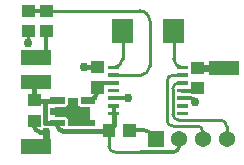
<source format=gtl>
G04 Layer: TopLayer*
G04 EasyEDA v6.4.7, 2021-01-18T10:53:27+01:00*
G04 ca9b9a0dce2c468c998d6246f507db70,8dc9eacff13444d6b60fd3cb587e6cd5,01*
G04 Gerber Generator version 0.2*
G04 Scale: 100 percent, Rotated: No, Reflected: No *
G04 Dimensions in inches *
G04 leading zeros omitted , absolute positions ,2 integer and 4 decimal *
%FSLAX24Y24*%
%MOIN*%
G90*
D02*

%ADD10C,0.010000*%
%ADD11C,0.012000*%
%ADD12C,0.016000*%
%ADD13C,0.024000*%
%ADD14C,0.029750*%
%ADD15R,0.100000X0.050000*%
%ADD18C,0.054000*%

%LPD*%
G36*
G01X2036Y2047D02*
G01X1766Y2047D01*
G01X1761Y2046D01*
G01X1755Y2045D01*
G01X1750Y2043D01*
G01X1740Y2037D01*
G01X1736Y2033D01*
G01X1730Y2023D01*
G01X1728Y2018D01*
G01X1727Y2012D01*
G01X1726Y2007D01*
G01X1726Y1833D01*
G01X1725Y1823D01*
G01X1723Y1814D01*
G01X1720Y1806D01*
G01X1716Y1797D01*
G01X1706Y1781D01*
G01X1700Y1774D01*
G01X1693Y1767D01*
G01X1686Y1761D01*
G01X1679Y1756D01*
G01X1670Y1752D01*
G01X1662Y1748D01*
G01X1653Y1745D01*
G01X1635Y1741D01*
G01X1333Y1741D01*
G01X1327Y1739D01*
G01X1317Y1735D01*
G01X1312Y1731D01*
G01X1308Y1727D01*
G01X1305Y1723D01*
G01X1302Y1718D01*
G01X1300Y1712D01*
G01X1299Y1707D01*
G01X1299Y1446D01*
G01X1300Y1440D01*
G01X1302Y1435D01*
G01X1308Y1425D01*
G01X1312Y1421D01*
G01X1322Y1415D01*
G01X1327Y1413D01*
G01X1333Y1412D01*
G01X1339Y1412D01*
G01X1625Y1411D01*
G01X1625Y1412D01*
G01X1635Y1411D01*
G01X1644Y1410D01*
G01X1653Y1408D01*
G01X1662Y1405D01*
G01X1670Y1401D01*
G01X1679Y1396D01*
G01X1686Y1391D01*
G01X1700Y1379D01*
G01X1706Y1371D01*
G01X1711Y1364D01*
G01X1716Y1356D01*
G01X1720Y1347D01*
G01X1723Y1338D01*
G01X1725Y1329D01*
G01X1726Y1320D01*
G01X1726Y1146D01*
G01X1728Y1134D01*
G01X1730Y1129D01*
G01X1733Y1124D01*
G01X1736Y1120D01*
G01X1740Y1115D01*
G01X1750Y1109D01*
G01X1755Y1107D01*
G01X1761Y1106D01*
G01X2445Y1106D01*
G01X2451Y1107D01*
G01X2456Y1109D01*
G01X2466Y1115D01*
G01X2470Y1120D01*
G01X2473Y1124D01*
G01X2476Y1129D01*
G01X2478Y1134D01*
G01X2480Y1146D01*
G01X2480Y1701D01*
G01X2479Y1707D01*
G01X2478Y1712D01*
G01X2476Y1718D01*
G01X2473Y1723D01*
G01X2470Y1727D01*
G01X2466Y1731D01*
G01X2461Y1735D01*
G01X2451Y1739D01*
G01X2445Y1741D01*
G01X2167Y1741D01*
G01X2149Y1745D01*
G01X2140Y1748D01*
G01X2132Y1752D01*
G01X2123Y1756D01*
G01X2116Y1761D01*
G01X2109Y1767D01*
G01X2102Y1774D01*
G01X2096Y1781D01*
G01X2086Y1797D01*
G01X2083Y1806D01*
G01X2079Y1814D01*
G01X2077Y1823D01*
G01X2076Y1833D01*
G01X2076Y2007D01*
G01X2075Y2012D01*
G01X2074Y2018D01*
G01X2072Y2023D01*
G01X2066Y2033D01*
G01X2062Y2037D01*
G01X2052Y2043D01*
G01X2047Y2045D01*
G01X2041Y2046D01*
G01X2036Y2047D01*
G37*

%LPD*%
G54D11*
G01X413Y4940D02*
G01X1023Y4940D01*
G54D10*
G01X3100Y433D02*
G01X3100Y964D01*
G01X4173Y236D02*
G01X3297Y236D01*
G54D12*
G01X3260Y1515D02*
G01X3260Y1124D01*
G01X3100Y964D02*
G01X3100Y925D01*
G01X1586Y925D01*
G54D11*
G01X3260Y1771D02*
G01X3260Y1515D01*
G54D12*
G01X614Y1962D02*
G01X614Y2559D01*
G01X669Y2559D01*
G01X744Y1950D02*
G01X1389Y1950D01*
G01X984Y1950D01*
G01X984Y1202D01*
G01X1389Y1202D01*
G01X1389Y1122D01*
G54D11*
G01X5255Y236D02*
G01X4173Y236D01*
G01X5452Y669D02*
G01X5452Y433D01*
G54D12*
G01X2724Y2261D02*
G01X2724Y2381D01*
G54D11*
G01X3260Y2539D02*
G01X2881Y2539D01*
G54D13*
G01X6074Y3043D02*
G01X6921Y3043D01*
G54D11*
G01X669Y3385D02*
G01X1023Y3543D01*
G01X1023Y4271D01*
G54D10*
G01X5236Y2795D02*
G01X5558Y2795D01*
G01X6240Y905D02*
G01X6240Y669D01*
G01X5236Y1102D02*
G01X6043Y1102D01*
G01X5433Y2539D02*
G01X5558Y2539D01*
G01X7027Y1102D02*
G01X7027Y669D01*
G01X5236Y2342D02*
G01X5236Y1496D01*
G54D11*
G01X5558Y2283D02*
G01X6023Y2283D01*
G54D12*
G01X810Y905D02*
G01X1003Y905D01*
G01X614Y1273D02*
G01X614Y1102D01*
G54D11*
G01X4427Y906D02*
G01X4665Y669D01*
G01X3789Y964D02*
G01X4288Y964D01*
G01X3260Y2027D02*
G01X3740Y2027D01*
G54D12*
G01X2724Y3070D02*
G01X2283Y3070D01*
G54D13*
G01X614Y433D02*
G01X669Y433D01*
G01X1003Y433D01*
G01X1003Y905D01*
G54D10*
G01X413Y4271D02*
G01X413Y3858D01*
G54D11*
G01X5558Y2027D02*
G01X5826Y2027D01*
G54D10*
G01X5261Y3347D02*
G01X5261Y4267D01*
G01X1049Y4967D02*
G01X1023Y4940D01*
G01X3260Y2795D02*
G01X4161Y2795D01*
G01X4137Y4940D02*
G01X1023Y4940D01*
G01X4461Y3095D02*
G01X4461Y4617D01*
G01X5039Y2598D02*
G01X5039Y1299D01*
G01X5433Y1299D02*
G01X6830Y1299D01*
G01X3561Y3351D02*
G01X3561Y4267D01*
G36*
G01X1625Y2059D02*
G01X1625Y1842D01*
G01X1153Y1842D01*
G01X1153Y2059D01*
G01X1625Y2059D01*
G37*
G36*
G01X1625Y1685D02*
G01X1625Y1468D01*
G01X1153Y1468D01*
G01X1153Y1685D01*
G01X1625Y1685D01*
G37*
G36*
G01X1625Y1311D02*
G01X1625Y1094D01*
G01X1153Y1094D01*
G01X1153Y1311D01*
G01X1625Y1311D01*
G37*
G36*
G01X2649Y1311D02*
G01X2649Y1094D01*
G01X2177Y1094D01*
G01X2177Y1311D01*
G01X2649Y1311D01*
G37*
G36*
G01X2649Y2059D02*
G01X2649Y1842D01*
G01X2177Y1842D01*
G01X2177Y2059D01*
G01X2649Y2059D01*
G37*
G36*
G01X2511Y2175D02*
G01X2511Y2588D01*
G01X2936Y2588D01*
G01X2936Y2175D01*
G01X2511Y2175D01*
G37*
G36*
G01X2511Y2864D02*
G01X2511Y3277D01*
G01X2936Y3277D01*
G01X2936Y2864D01*
G01X2511Y2864D01*
G37*
G36*
G01X826Y2169D02*
G01X826Y1755D01*
G01X401Y1755D01*
G01X401Y2169D01*
G01X826Y2169D01*
G37*
G36*
G01X826Y1480D02*
G01X826Y1066D01*
G01X401Y1066D01*
G01X401Y1480D01*
G01X826Y1480D01*
G37*
G36*
G01X5858Y2177D02*
G01X5858Y2570D01*
G01X6291Y2570D01*
G01X6291Y2177D01*
G01X5858Y2177D01*
G37*
G36*
G01X5858Y2846D02*
G01X5858Y3240D01*
G01X6291Y3240D01*
G01X6291Y2846D01*
G01X5858Y2846D01*
G37*
G36*
G01X3455Y3111D02*
G01X3455Y2991D01*
G01X3065Y2991D01*
G01X3065Y3111D01*
G01X3455Y3111D01*
G37*
G36*
G01X3455Y2855D02*
G01X3455Y2735D01*
G01X3065Y2735D01*
G01X3065Y2855D01*
G01X3455Y2855D01*
G37*
G36*
G01X3455Y2599D02*
G01X3455Y2479D01*
G01X3065Y2479D01*
G01X3065Y2599D01*
G01X3455Y2599D01*
G37*
G36*
G01X3455Y2343D02*
G01X3455Y2223D01*
G01X3065Y2223D01*
G01X3065Y2343D01*
G01X3455Y2343D01*
G37*
G36*
G01X3455Y2087D02*
G01X3455Y1967D01*
G01X3065Y1967D01*
G01X3065Y2087D01*
G01X3455Y2087D01*
G37*
G36*
G01X3455Y1831D02*
G01X3455Y1711D01*
G01X3065Y1711D01*
G01X3065Y1831D01*
G01X3455Y1831D01*
G37*
G36*
G01X3455Y1575D02*
G01X3455Y1455D01*
G01X3065Y1455D01*
G01X3065Y1575D01*
G01X3455Y1575D01*
G37*
G36*
G01X5753Y1575D02*
G01X5753Y1455D01*
G01X5363Y1455D01*
G01X5363Y1575D01*
G01X5753Y1575D01*
G37*
G36*
G01X5753Y1831D02*
G01X5753Y1711D01*
G01X5363Y1711D01*
G01X5363Y1831D01*
G01X5753Y1831D01*
G37*
G36*
G01X5753Y2087D02*
G01X5753Y1967D01*
G01X5363Y1967D01*
G01X5363Y2087D01*
G01X5753Y2087D01*
G37*
G36*
G01X5753Y2343D02*
G01X5753Y2223D01*
G01X5363Y2223D01*
G01X5363Y2343D01*
G01X5753Y2343D01*
G37*
G36*
G01X5753Y2599D02*
G01X5753Y2479D01*
G01X5363Y2479D01*
G01X5363Y2599D01*
G01X5753Y2599D01*
G37*
G36*
G01X5753Y2855D02*
G01X5753Y2735D01*
G01X5363Y2735D01*
G01X5363Y2855D01*
G01X5753Y2855D01*
G37*
G36*
G01X5753Y3111D02*
G01X5753Y2991D01*
G01X5363Y2991D01*
G01X5363Y3111D01*
G01X5753Y3111D01*
G37*
G36*
G01X1240Y5137D02*
G01X1240Y4744D01*
G01X807Y4744D01*
G01X807Y5137D01*
G01X1240Y5137D01*
G37*
G36*
G01X1240Y4468D02*
G01X1240Y4074D01*
G01X807Y4074D01*
G01X807Y4468D01*
G01X1240Y4468D01*
G37*
G36*
G01X629Y5137D02*
G01X629Y4744D01*
G01X196Y4744D01*
G01X196Y5137D01*
G01X629Y5137D01*
G37*
G36*
G01X629Y4468D02*
G01X629Y4074D01*
G01X196Y4074D01*
G01X196Y4468D01*
G01X629Y4468D01*
G37*
G54D15*
G01X6929Y3051D03*
G36*
G01X169Y3635D02*
G01X1169Y3635D01*
G01X1169Y3135D01*
G01X169Y3135D01*
G01X169Y3635D01*
G37*
G36*
G01X169Y683D02*
G01X1169Y683D01*
G01X1169Y183D01*
G01X169Y183D01*
G01X169Y683D01*
G37*
G01X669Y2559D03*
G36*
G01X2893Y1177D02*
G01X3307Y1177D01*
G01X3307Y751D01*
G01X2893Y751D01*
G01X2893Y1177D01*
G37*
G36*
G01X3582Y1177D02*
G01X3995Y1177D01*
G01X3995Y751D01*
G01X3582Y751D01*
G01X3582Y1177D01*
G37*
G36*
G01X3211Y4667D02*
G01X3911Y4667D01*
G01X3911Y3867D01*
G01X3211Y3867D01*
G01X3211Y4667D01*
G37*
G36*
G01X4911Y4667D02*
G01X5611Y4667D01*
G01X5611Y3867D01*
G01X4911Y3867D01*
G01X4911Y4667D01*
G37*
G54D11*
G75*
G01X5827Y2027D02*
G02X5984Y1909I19J-137D01*
G01*
G75*
G01X4289Y965D02*
G02X4428Y907I0J-197D01*
G01*
G54D12*
G75*
G01X614Y1102D02*
G03X811Y906I197J0D01*
G01*
G54D11*
G75*
G01X6024Y2283D02*
G03X6075Y2374I-20J71D01*
G01*
G54D10*
G75*
G01X5236Y1496D02*
G03X5433Y1299I197J0D01*
G01*
G75*
G01X6831Y1299D02*
G02X7028Y1102I0J-197D01*
G01*
G75*
G01X5236Y2343D02*
G02X5433Y2539I197J-1D01*
G01*
G75*
G01X5039Y1299D02*
G03X5236Y1102I197J0D01*
G01*
G75*
G01X6043Y1102D02*
G02X6240Y906I0J-197D01*
G01*
G75*
G01X5039Y2598D02*
G02X5236Y2795I197J0D01*
G01*
G54D13*
G75*
G01X6921Y3043D02*
G03X6929Y3051I0J8D01*
G01*
G54D11*
G75*
G01X2882Y2539D02*
G03X2724Y2382I0J-157D01*
G01*
G54D12*
G75*
G01X2413Y1951D02*
G03X2724Y2262I0J311D01*
G01*
G54D11*
G75*
G01X5453Y433D02*
G02X5256Y236I-197J0D01*
G01*
G54D12*
G75*
G01X669Y2559D02*
G02X732Y2496I0J-63D01*
G01*
G75*
G01X614Y1963D02*
G03X744Y1951I71J59D01*
G01*
G75*
G01X1587Y925D02*
G02X1390Y1122I0J197D01*
G01*
G75*
G01X3261Y1125D02*
G02X3100Y965I-161J0D01*
G01*
G54D10*
G75*
G01X3297Y236D02*
G02X3100Y433I0J197D01*
G01*
G75*
G01X3261Y3051D02*
G03X3561Y3352I0J301D01*
G01*
G75*
G01X5558Y3051D02*
G02X5261Y3348I0J297D01*
G01*
G75*
G01X4161Y2795D02*
G03X4461Y3095I0J300D01*
G01*
G75*
G01X4461Y4617D02*
G03X4138Y4941I-323J0D01*
G01*
G36*
G01X4395Y939D02*
G01X4935Y939D01*
G01X4935Y399D01*
G01X4395Y399D01*
G01X4395Y939D01*
G37*
G54D18*
G01X5452Y669D03*
G01X6240Y669D03*
G01X7027Y669D03*
G54D14*
G01X5984Y1909D03*
G01X413Y3858D03*
G01X1003Y905D03*
G01X1909Y1850D03*
G01X1870Y1259D03*
G01X2283Y3070D03*
G01X3740Y2027D03*
M00*
M02*

</source>
